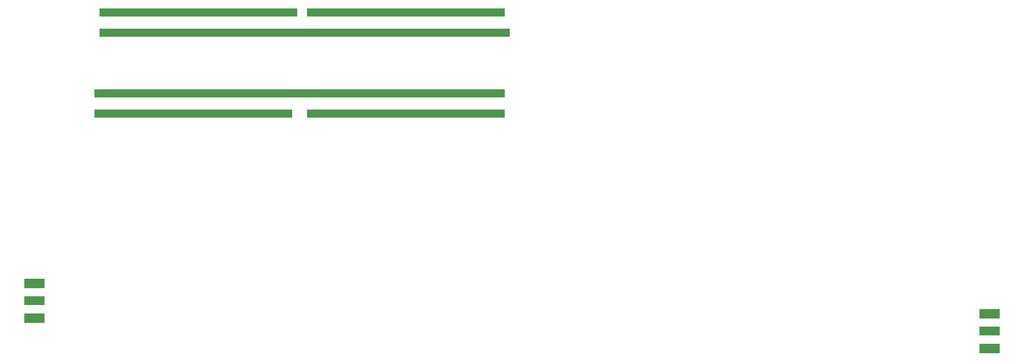
<source format=gbr>
G04 #@! TF.GenerationSoftware,KiCad,Pcbnew,(6.0.8-1)-1*
G04 #@! TF.CreationDate,2022-11-23T20:34:25+02:00*
G04 #@! TF.ProjectId,Proto Board RF v2-0,50726f74-6f20-4426-9f61-726420524620,rev?*
G04 #@! TF.SameCoordinates,Original*
G04 #@! TF.FileFunction,Paste,Top*
G04 #@! TF.FilePolarity,Positive*
%FSLAX46Y46*%
G04 Gerber Fmt 4.6, Leading zero omitted, Abs format (unit mm)*
G04 Created by KiCad (PCBNEW (6.0.8-1)-1) date 2022-11-23 20:34:25*
%MOMM*%
%LPD*%
G01*
G04 APERTURE LIST*
%ADD10R,5.080000X2.290000*%
%ADD11R,5.080000X2.420000*%
%ADD12R,49.720000X2.000000*%
%ADD13R,103.060000X2.000000*%
G04 APERTURE END LIST*
D10*
X314140000Y-132080000D03*
D11*
X314140000Y-127700000D03*
X314140000Y-136460000D03*
D10*
X74480000Y-124460000D03*
D11*
X74480000Y-120080000D03*
X74480000Y-128840000D03*
D12*
X167640000Y-77470000D03*
X114300000Y-77470000D03*
X115570000Y-52070000D03*
X167640000Y-52070000D03*
D13*
X140970000Y-72390000D03*
X142240000Y-57150000D03*
M02*

</source>
